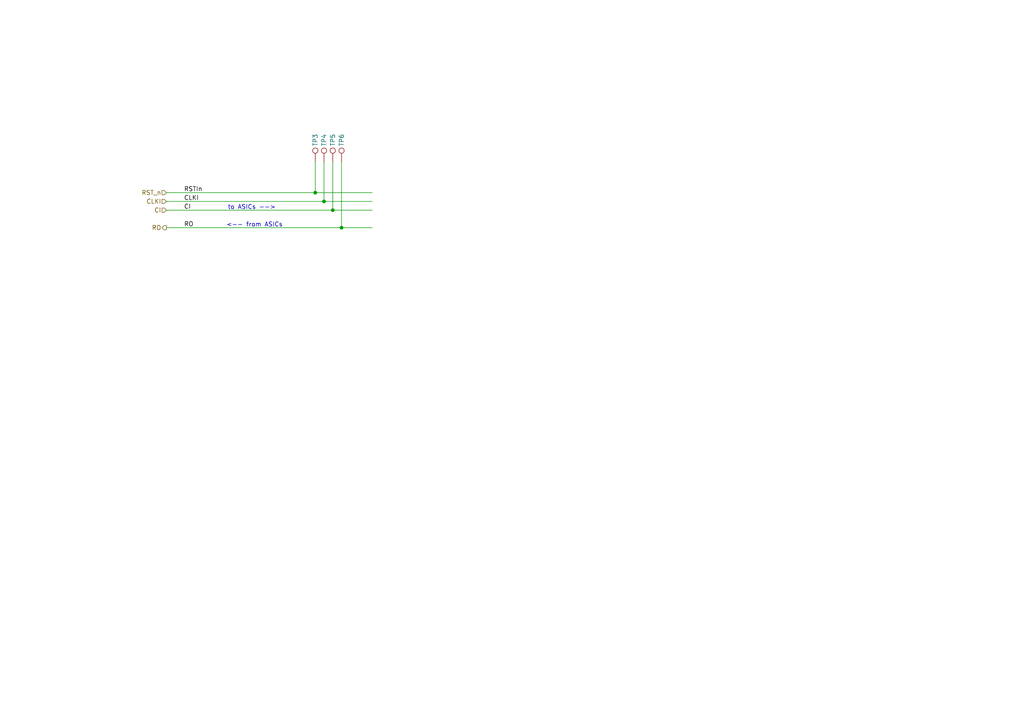
<source format=kicad_sch>
(kicad_sch (version 20231120) (generator "eeschema") (generator_version "8.0")
  (paper "A4")
  (lib_symbols
    (symbol "Connector:TestPoint" (pin_numbers hide) (pin_names (offset 0.762) hide)
      (property "Reference" "TP" (at 0 6.858 0))
      (property "Value" "TestPoint" (at 0 5.08 0))
      (symbol "TestPoint_0_1"
        (circle (center 0 3.302) (radius 0.762))
      )
      (symbol "TestPoint_1_1"
        (pin passive line (at 0 0 90) (length 2.54) (name "1") (number "1"))
      )
    )
  )
  (junction (at 93.98 58.42))
  (junction (at 91.44 55.88))
  (junction (at 99.06 66.04))
  (junction (at 96.52 60.96))
  (wire (pts (xy 48.26 66.04) (xy 99.06 66.04)))
  (wire (pts (xy 96.52 46.99) (xy 96.52 60.96)))
  (wire (pts (xy 99.06 46.99) (xy 99.06 66.04)))
  (wire (pts (xy 96.52 60.96) (xy 107.95 60.96)))
  (wire (pts (xy 93.98 46.99) (xy 93.98 58.42)))
  (wire (pts (xy 91.44 55.88) (xy 107.95 55.88)))
  (wire (pts (xy 48.26 60.96) (xy 96.52 60.96)))
  (wire (pts (xy 91.44 46.99) (xy 91.44 55.88)))
  (wire (pts (xy 48.26 55.88) (xy 91.44 55.88)))
  (wire (pts (xy 99.06 66.04) (xy 107.95 66.04)))
  (wire (pts (xy 93.98 58.42) (xy 107.95 58.42)))
  (wire (pts (xy 48.26 58.42) (xy 93.98 58.42)))
  (text "<-- from ASICs" (at 82.042 65.278 0) (effects (font (size 1.27 1.27)) (justify right)))
  (text "to ASICs -->" (at 66.04 60.198 0) (effects (font (size 1.27 1.27)) (justify left)))
  (label "RO" (at 53.34 66.04 0))
  (label "CLKI" (at 53.34 58.42 0))
  (label "RSTIn" (at 53.34 55.88 0))
  (label "CI" (at 53.34 60.96 0))
  (hierarchical_label "CLKI" (shape input) (at 48.26 58.42 180))
  (hierarchical_label "RO" (shape output) (at 48.26 66.04 180))
  (hierarchical_label "CI" (shape input) (at 48.26 60.96 180))
  (hierarchical_label "RST_n" (shape input) (at 48.26 55.88 180))
  (symbol (lib_id "Connector:TestPoint") (at 93.98 46.99 0) (unit 1) (in_bom no)
    (property "Reference" "TP4" (at 93.98 40.64 90))
    (property "Value" "TestPoint" (effects (hide yes)))
    (property "Footprint" "TestPoint:TestPoint_Pad_D1.0mm" (effects (hide yes)))
  )
  (symbol (lib_id "Connector:TestPoint") (at 91.44 46.99 0) (unit 1) (in_bom no)
    (property "Reference" "TP3" (at 91.44 40.64 90))
    (property "Value" "TestPoint" (effects (hide yes)))
    (property "Footprint" "TestPoint:TestPoint_Pad_D1.0mm" (effects (hide yes)))
  )
  (symbol (lib_id "Connector:TestPoint") (at 96.52 46.99 0) (mirror y) (unit 1) (in_bom no)
    (property "Reference" "TP5" (at 96.52 40.64 90))
    (property "Value" "TestPoint" (effects (hide yes)))
    (property "Footprint" "TestPoint:TestPoint_Pad_D1.0mm" (effects (hide yes)))
  )
  (symbol (lib_id "Connector:TestPoint") (at 99.06 46.99 0) (unit 1) (in_bom no)
    (property "Reference" "TP6" (at 99.06 40.64 90))
    (property "Value" "TestPoint" (effects (hide yes)))
    (property "Footprint" "TestPoint:TestPoint_Pad_D1.0mm" (effects (hide yes)))
  )
)
</source>
